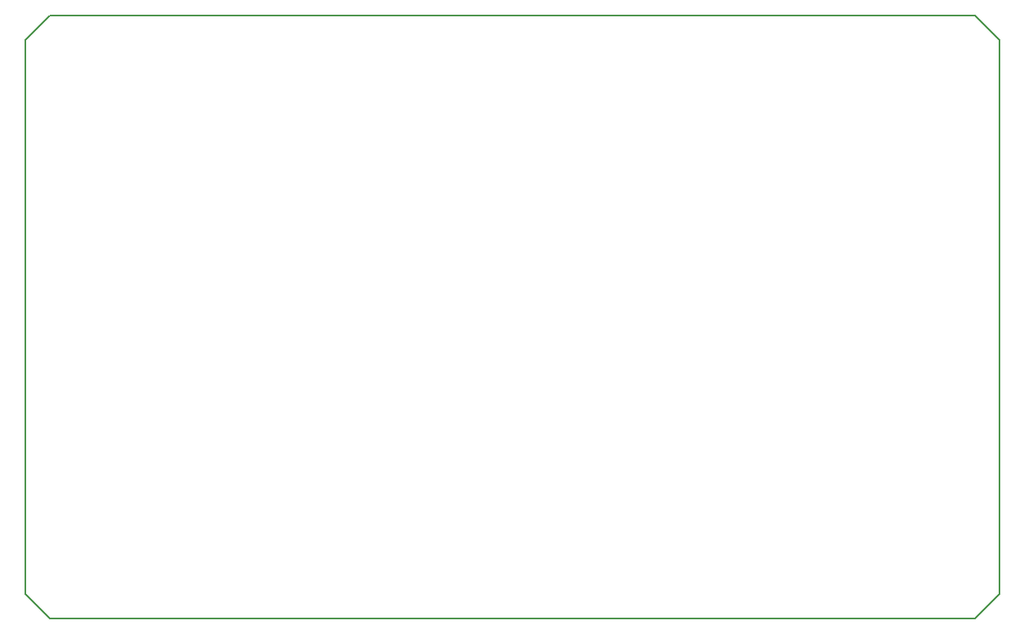
<source format=gm1>
G04 #@! TF.FileFunction,Profile,NP*
%FSLAX46Y46*%
G04 Gerber Fmt 4.6, Leading zero omitted, Abs format (unit mm)*
G04 Created by KiCad (PCBNEW 4.0.7-e0-6372~58~ubuntu16.10.1) date Sun Oct 29 19:34:23 2017*
%MOMM*%
%LPD*%
G01*
G04 APERTURE LIST*
%ADD10C,0.100000*%
%ADD11C,0.150000*%
G04 APERTURE END LIST*
D10*
D11*
X78130400Y-79806800D02*
X173988820Y-79806800D01*
X75590400Y-82347080D02*
X78130400Y-79807080D01*
X75590400Y-139700000D02*
X75590400Y-82346800D01*
X78130400Y-142240000D02*
X75590400Y-139700000D01*
X173990000Y-142240000D02*
X78130400Y-142240000D01*
X176530000Y-139700000D02*
X173990000Y-142240000D01*
X176530000Y-82346800D02*
X176530000Y-139700000D01*
X173988820Y-79806800D02*
X176528820Y-82346800D01*
M02*

</source>
